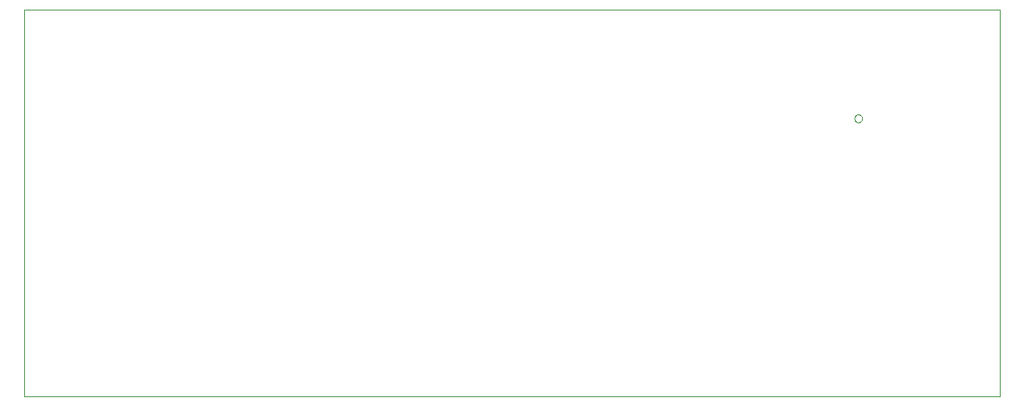
<source format=gko>
G75*
%MOIN*%
%OFA0B0*%
%FSLAX24Y24*%
%IPPOS*%
%LPD*%
%AMOC8*
5,1,8,0,0,1.08239X$1,22.5*
%
%ADD10C,0.0000*%
D10*
X000180Y000180D02*
X000180Y016176D01*
X040550Y016176D01*
X040550Y000180D01*
X000180Y000180D01*
X034520Y011680D02*
X034522Y011705D01*
X034528Y011729D01*
X034537Y011753D01*
X034551Y011774D01*
X034567Y011793D01*
X034586Y011809D01*
X034607Y011823D01*
X034631Y011832D01*
X034655Y011838D01*
X034680Y011840D01*
X034705Y011838D01*
X034729Y011832D01*
X034753Y011823D01*
X034774Y011809D01*
X034793Y011793D01*
X034809Y011774D01*
X034823Y011753D01*
X034832Y011729D01*
X034838Y011705D01*
X034840Y011680D01*
X034838Y011655D01*
X034832Y011631D01*
X034823Y011607D01*
X034809Y011586D01*
X034793Y011567D01*
X034774Y011551D01*
X034753Y011537D01*
X034729Y011528D01*
X034705Y011522D01*
X034680Y011520D01*
X034655Y011522D01*
X034631Y011528D01*
X034607Y011537D01*
X034586Y011551D01*
X034567Y011567D01*
X034551Y011586D01*
X034537Y011607D01*
X034528Y011631D01*
X034522Y011655D01*
X034520Y011680D01*
M02*

</source>
